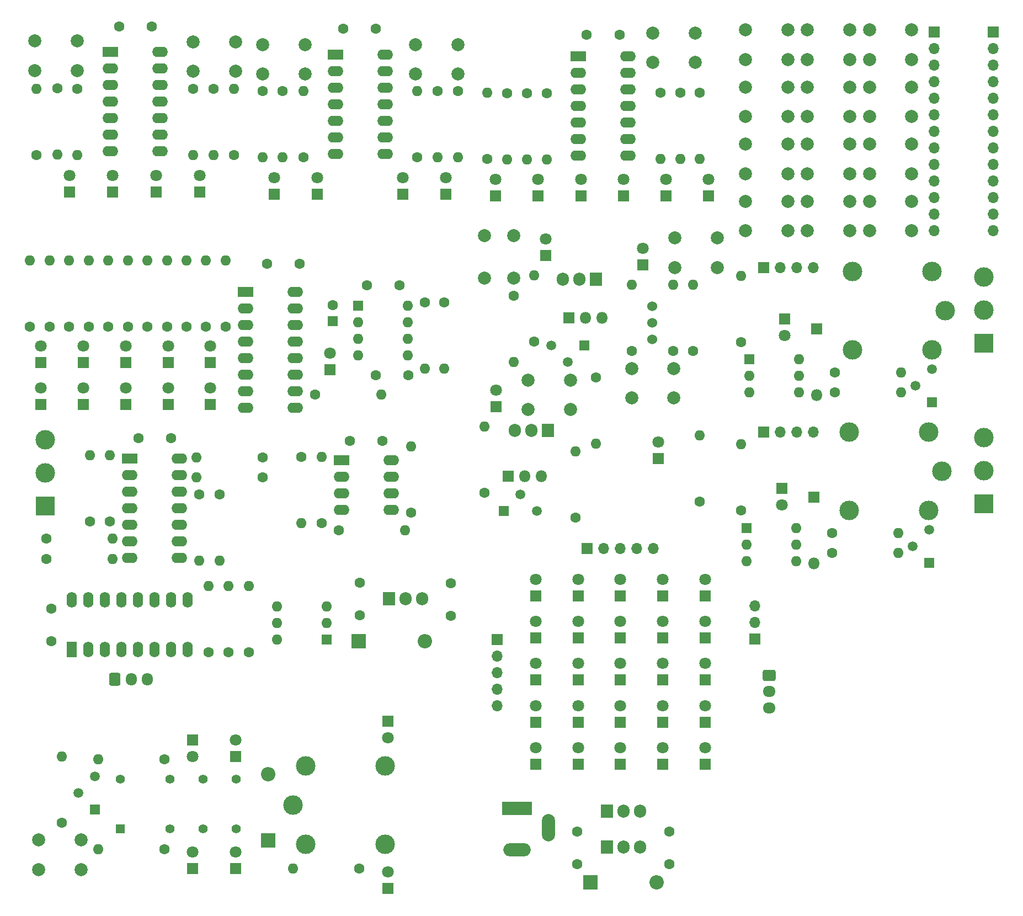
<source format=gbr>
%TF.GenerationSoftware,KiCad,Pcbnew,(6.0.8)*%
%TF.CreationDate,2023-03-21T03:17:03-04:00*%
%TF.ProjectId,pcb de prueba de dispositivos,70636220-6465-4207-9072-756562612064,rev?*%
%TF.SameCoordinates,Original*%
%TF.FileFunction,Soldermask,Bot*%
%TF.FilePolarity,Negative*%
%FSLAX46Y46*%
G04 Gerber Fmt 4.6, Leading zero omitted, Abs format (unit mm)*
G04 Created by KiCad (PCBNEW (6.0.8)) date 2023-03-21 03:17:03*
%MOMM*%
%LPD*%
G01*
G04 APERTURE LIST*
G04 Aperture macros list*
%AMRoundRect*
0 Rectangle with rounded corners*
0 $1 Rounding radius*
0 $2 $3 $4 $5 $6 $7 $8 $9 X,Y pos of 4 corners*
0 Add a 4 corners polygon primitive as box body*
4,1,4,$2,$3,$4,$5,$6,$7,$8,$9,$2,$3,0*
0 Add four circle primitives for the rounded corners*
1,1,$1+$1,$2,$3*
1,1,$1+$1,$4,$5*
1,1,$1+$1,$6,$7*
1,1,$1+$1,$8,$9*
0 Add four rect primitives between the rounded corners*
20,1,$1+$1,$2,$3,$4,$5,0*
20,1,$1+$1,$4,$5,$6,$7,0*
20,1,$1+$1,$6,$7,$8,$9,0*
20,1,$1+$1,$8,$9,$2,$3,0*%
G04 Aperture macros list end*
%ADD10R,2.400000X1.600000*%
%ADD11O,2.400000X1.600000*%
%ADD12C,1.600000*%
%ADD13O,1.600000X1.600000*%
%ADD14C,2.000000*%
%ADD15R,1.800000X1.800000*%
%ADD16C,1.800000*%
%ADD17R,1.600000X1.600000*%
%ADD18R,3.000000X3.000000*%
%ADD19C,3.000000*%
%ADD20R,2.200000X2.200000*%
%ADD21O,2.200000X2.200000*%
%ADD22R,1.600000X2.400000*%
%ADD23O,1.600000X2.400000*%
%ADD24R,1.905000X2.000000*%
%ADD25O,1.905000X2.000000*%
%ADD26R,1.500000X1.500000*%
%ADD27C,1.500000*%
%ADD28O,1.800000X1.800000*%
%ADD29RoundRect,0.250000X-0.725000X0.600000X-0.725000X-0.600000X0.725000X-0.600000X0.725000X0.600000X0*%
%ADD30O,1.950000X1.700000*%
%ADD31R,1.700000X1.700000*%
%ADD32O,1.700000X1.700000*%
%ADD33C,1.524000*%
%ADD34R,1.400000X1.400000*%
%ADD35C,1.400000*%
%ADD36RoundRect,0.250000X-0.600000X-0.725000X0.600000X-0.725000X0.600000X0.725000X-0.600000X0.725000X0*%
%ADD37O,1.700000X1.950000*%
%ADD38R,4.600000X2.000000*%
%ADD39O,4.200000X2.000000*%
%ADD40O,2.000000X4.200000*%
G04 APERTURE END LIST*
D10*
%TO.C,U3*%
X118400000Y-33800000D03*
D11*
X118400000Y-36340000D03*
X118400000Y-38880000D03*
X118400000Y-41420000D03*
X118400000Y-43960000D03*
X118400000Y-46500000D03*
X118400000Y-49040000D03*
X126020000Y-49040000D03*
X126020000Y-46500000D03*
X126020000Y-43960000D03*
X126020000Y-41420000D03*
X126020000Y-38880000D03*
X126020000Y-36340000D03*
X126020000Y-33800000D03*
%TD*%
D12*
%TO.C,R24*%
X64250000Y-75275000D03*
D13*
X64250000Y-65115000D03*
%TD*%
D14*
%TO.C,SW5*%
X129825000Y-30200000D03*
X136325000Y-30200000D03*
X129825000Y-34700000D03*
X136325000Y-34700000D03*
%TD*%
%TO.C,SW7*%
X104000000Y-67840000D03*
X104000000Y-61340000D03*
X108500000Y-67840000D03*
X108500000Y-61340000D03*
%TD*%
D15*
%TO.C,D38*%
X59200000Y-138650000D03*
D16*
X59200000Y-141190000D03*
%TD*%
D14*
%TO.C,SW15*%
X150540000Y-56070000D03*
X144040000Y-56070000D03*
X144040000Y-60570000D03*
X150540000Y-60570000D03*
%TD*%
D12*
%TO.C,R5*%
X62375000Y-38770000D03*
D13*
X62375000Y-48930000D03*
%TD*%
D14*
%TO.C,SW21*%
X163040000Y-38550000D03*
X169540000Y-38550000D03*
X169540000Y-43050000D03*
X163040000Y-43050000D03*
%TD*%
D15*
%TO.C,D26*%
X128300000Y-65800000D03*
D16*
X128300000Y-63260000D03*
%TD*%
D12*
%TO.C,R58*%
X64725000Y-125230000D03*
D13*
X64725000Y-115070000D03*
%TD*%
D12*
%TO.C,C7*%
X119675000Y-30500000D03*
X124675000Y-30500000D03*
%TD*%
%TO.C,R49*%
X63325000Y-100995000D03*
D13*
X63325000Y-111155000D03*
%TD*%
D12*
%TO.C,R16*%
X113575000Y-39445000D03*
D13*
X113575000Y-49605000D03*
%TD*%
D15*
%TO.C,D45*%
X118340000Y-116590000D03*
D16*
X118340000Y-114050000D03*
%TD*%
D15*
%TO.C,D12*%
X125275000Y-55200000D03*
D16*
X125275000Y-52660000D03*
%TD*%
D15*
%TO.C,D1*%
X46925000Y-54600000D03*
D16*
X46925000Y-52060000D03*
%TD*%
D17*
%TO.C,U11*%
X144612500Y-80285000D03*
D13*
X144612500Y-82825000D03*
X144612500Y-85365000D03*
X152232500Y-85365000D03*
X152232500Y-82825000D03*
X152232500Y-80285000D03*
%TD*%
D15*
%TO.C,D55*%
X131340000Y-116590000D03*
D16*
X131340000Y-114050000D03*
%TD*%
D12*
%TO.C,R9*%
X73025000Y-39145000D03*
D13*
X73025000Y-49305000D03*
%TD*%
D12*
%TO.C,C12*%
X132355000Y-152775000D03*
X132355000Y-157775000D03*
%TD*%
D15*
%TO.C,D19*%
X42425000Y-87250000D03*
D16*
X42425000Y-84710000D03*
%TD*%
D12*
%TO.C,R47*%
X60225000Y-100995000D03*
D13*
X60225000Y-111155000D03*
%TD*%
D12*
%TO.C,R12*%
X96750000Y-39115000D03*
D13*
X96750000Y-49275000D03*
%TD*%
D18*
%TO.C,J7*%
X180625000Y-77855000D03*
D19*
X180625000Y-72775000D03*
X180625000Y-67695000D03*
%TD*%
D18*
%TO.C,RV2*%
X36600000Y-102755000D03*
D19*
X36600000Y-97675000D03*
X36600000Y-92595000D03*
%TD*%
D14*
%TO.C,SW10*%
X42050000Y-158550000D03*
X35550000Y-158550000D03*
X42050000Y-154050000D03*
X35550000Y-154050000D03*
%TD*%
D12*
%TO.C,R54*%
X36790000Y-110925000D03*
D13*
X46950000Y-110925000D03*
%TD*%
D12*
%TO.C,R51*%
X81620000Y-106475000D03*
D13*
X91780000Y-106475000D03*
%TD*%
D12*
%TO.C,R41*%
X121075000Y-83095000D03*
D13*
X121075000Y-93255000D03*
%TD*%
D15*
%TO.C,D37*%
X130650000Y-95525000D03*
D16*
X130650000Y-92985000D03*
%TD*%
D12*
%TO.C,R50*%
X79000000Y-105385000D03*
D13*
X79000000Y-95225000D03*
%TD*%
D12*
%TO.C,R2*%
X65550000Y-48925000D03*
D13*
X65550000Y-38765000D03*
%TD*%
D12*
%TO.C,R31*%
X43250000Y-75275000D03*
D13*
X43250000Y-65115000D03*
%TD*%
D12*
%TO.C,R21*%
X97825000Y-71552500D03*
D13*
X97825000Y-81712500D03*
%TD*%
D20*
%TO.C,D30*%
X70750000Y-154075000D03*
D21*
X70750000Y-143915000D03*
%TD*%
D14*
%TO.C,SW14*%
X144040000Y-47290000D03*
X150540000Y-47290000D03*
X144040000Y-51790000D03*
X150540000Y-51790000D03*
%TD*%
D12*
%TO.C,R52*%
X36790000Y-107825000D03*
D13*
X46950000Y-107825000D03*
%TD*%
D22*
%TO.C,U7*%
X40675000Y-124825000D03*
D23*
X43215000Y-124825000D03*
X45755000Y-124825000D03*
X48295000Y-124825000D03*
X50835000Y-124825000D03*
X53375000Y-124825000D03*
X55915000Y-124825000D03*
X58455000Y-124825000D03*
X58455000Y-117205000D03*
X55915000Y-117205000D03*
X53375000Y-117205000D03*
X50835000Y-117205000D03*
X48295000Y-117205000D03*
X45755000Y-117205000D03*
X43215000Y-117205000D03*
X40675000Y-117205000D03*
%TD*%
D12*
%TO.C,C4*%
X75600000Y-65600000D03*
X70600000Y-65600000D03*
%TD*%
%TO.C,R35*%
X132900000Y-79005000D03*
D13*
X132900000Y-68845000D03*
%TD*%
D18*
%TO.C,J9*%
X180625000Y-102480000D03*
D19*
X180625000Y-97400000D03*
X180625000Y-92320000D03*
%TD*%
D12*
%TO.C,C13*%
X84875000Y-114575000D03*
X84875000Y-119575000D03*
%TD*%
D24*
%TO.C,U9*%
X122765000Y-155120000D03*
D25*
X125305000Y-155120000D03*
X127845000Y-155120000D03*
%TD*%
D12*
%TO.C,R65*%
X157350000Y-110000000D03*
D13*
X167510000Y-110000000D03*
%TD*%
D26*
%TO.C,Q1*%
X119315000Y-78145000D03*
D27*
X116775000Y-80685000D03*
X114235000Y-78145000D03*
%TD*%
D15*
%TO.C,D66*%
X154982500Y-75580000D03*
D28*
X154982500Y-85740000D03*
%TD*%
D15*
%TO.C,D20*%
X35925000Y-87250000D03*
D16*
X35925000Y-84710000D03*
%TD*%
D15*
%TO.C,D32*%
X89175000Y-135850000D03*
D16*
X89175000Y-138390000D03*
%TD*%
D15*
%TO.C,D36*%
X65800000Y-158425000D03*
D16*
X65800000Y-155885000D03*
%TD*%
D12*
%TO.C,R44*%
X54830000Y-141650000D03*
D13*
X44670000Y-141650000D03*
%TD*%
D15*
%TO.C,D18*%
X48925000Y-87250000D03*
D16*
X48925000Y-84710000D03*
%TD*%
D15*
%TO.C,D44*%
X111840000Y-142390000D03*
D16*
X111840000Y-139850000D03*
%TD*%
D12*
%TO.C,R38*%
X39100000Y-151385000D03*
D13*
X39100000Y-141225000D03*
%TD*%
D14*
%TO.C,SW2*%
X59250000Y-31550000D03*
X65750000Y-31550000D03*
X59250000Y-36050000D03*
X65750000Y-36050000D03*
%TD*%
D17*
%TO.C,SW11*%
X79792500Y-123250000D03*
D13*
X79792500Y-120710000D03*
X79792500Y-118170000D03*
X72172500Y-118170000D03*
X72172500Y-120710000D03*
X72172500Y-123250000D03*
%TD*%
D15*
%TO.C,D8*%
X91450000Y-54920000D03*
D16*
X91450000Y-52380000D03*
%TD*%
D14*
%TO.C,SW23*%
X163040000Y-56070000D03*
X169540000Y-56070000D03*
X169540000Y-60570000D03*
X163040000Y-60570000D03*
%TD*%
D12*
%TO.C,R40*%
X117975000Y-104555000D03*
D13*
X117975000Y-94395000D03*
%TD*%
D15*
%TO.C,D11*%
X118750000Y-55200000D03*
D16*
X118750000Y-52660000D03*
%TD*%
D29*
%TO.C,J20*%
X147675000Y-128750000D03*
D30*
X147675000Y-131250000D03*
X147675000Y-133750000D03*
%TD*%
D12*
%TO.C,R57*%
X61600000Y-125230000D03*
D13*
X61600000Y-115070000D03*
%TD*%
D12*
%TO.C,R60*%
X75900000Y-95225000D03*
D13*
X75900000Y-105385000D03*
%TD*%
D15*
%TO.C,D61*%
X137840000Y-123040000D03*
D16*
X137840000Y-120500000D03*
%TD*%
D15*
%TO.C,D2*%
X40275000Y-54600000D03*
D16*
X40275000Y-52060000D03*
%TD*%
D12*
%TO.C,C11*%
X118180000Y-152775000D03*
X118180000Y-157775000D03*
%TD*%
D15*
%TO.C,D56*%
X131340000Y-123040000D03*
D16*
X131340000Y-120500000D03*
%TD*%
D31*
%TO.C,J11*%
X145500000Y-123180000D03*
D32*
X145500000Y-120640000D03*
X145500000Y-118100000D03*
%TD*%
D12*
%TO.C,R56*%
X135975000Y-79030000D03*
D13*
X135975000Y-68870000D03*
%TD*%
D12*
%TO.C,R27*%
X55250000Y-75275000D03*
D13*
X55250000Y-65115000D03*
%TD*%
D15*
%TO.C,D14*%
X138325000Y-55200000D03*
D16*
X138325000Y-52660000D03*
%TD*%
D12*
%TO.C,R63*%
X157727500Y-82290000D03*
D13*
X167887500Y-82290000D03*
%TD*%
D12*
%TO.C,C10*%
X83325000Y-92825000D03*
X88325000Y-92825000D03*
%TD*%
D15*
%TO.C,D4*%
X53600000Y-54625000D03*
D16*
X53600000Y-52085000D03*
%TD*%
D24*
%TO.C,Q3*%
X121055000Y-67970000D03*
D25*
X118515000Y-67970000D03*
X115975000Y-67970000D03*
%TD*%
D12*
%TO.C,R62*%
X143375000Y-77630000D03*
D13*
X143375000Y-67470000D03*
%TD*%
D20*
%TO.C,D29*%
X120200000Y-160500000D03*
D21*
X130360000Y-160500000D03*
%TD*%
D15*
%TO.C,D59*%
X131340000Y-142390000D03*
D16*
X131340000Y-139850000D03*
%TD*%
D17*
%TO.C,U12*%
X144150000Y-106175000D03*
D13*
X144150000Y-108715000D03*
X144150000Y-111255000D03*
X151770000Y-111255000D03*
X151770000Y-108715000D03*
X151770000Y-106175000D03*
%TD*%
D12*
%TO.C,R39*%
X84775000Y-158450000D03*
D13*
X74615000Y-158450000D03*
%TD*%
D12*
%TO.C,R13*%
X104400000Y-49555000D03*
D13*
X104400000Y-39395000D03*
%TD*%
D14*
%TO.C,SW8*%
X126550000Y-81675000D03*
X133050000Y-81675000D03*
X126550000Y-86175000D03*
X133050000Y-86175000D03*
%TD*%
%TO.C,SW17*%
X160040000Y-38550000D03*
X153540000Y-38550000D03*
X160040000Y-43050000D03*
X153540000Y-43050000D03*
%TD*%
D15*
%TO.C,D7*%
X98075000Y-54945000D03*
D16*
X98075000Y-52405000D03*
%TD*%
D15*
%TO.C,D5*%
X78300000Y-54975000D03*
D16*
X78300000Y-52435000D03*
%TD*%
D33*
%TO.C,D27*%
X129732000Y-72135000D03*
X129732000Y-74675000D03*
X129732000Y-77215000D03*
%TD*%
D10*
%TO.C,U2*%
X81075000Y-33495000D03*
D11*
X81075000Y-36035000D03*
X81075000Y-38575000D03*
X81075000Y-41115000D03*
X81075000Y-43655000D03*
X81075000Y-46195000D03*
X81075000Y-48735000D03*
X88695000Y-48735000D03*
X88695000Y-46195000D03*
X88695000Y-43655000D03*
X88695000Y-41115000D03*
X88695000Y-38575000D03*
X88695000Y-36035000D03*
X88695000Y-33495000D03*
%TD*%
D12*
%TO.C,R67*%
X157350000Y-106900000D03*
D13*
X167510000Y-106900000D03*
%TD*%
D15*
%TO.C,D51*%
X124840000Y-123040000D03*
D16*
X124840000Y-120500000D03*
%TD*%
D12*
%TO.C,R11*%
X99875000Y-39140000D03*
D13*
X99875000Y-49300000D03*
%TD*%
D15*
%TO.C,D16*%
X61925000Y-87250000D03*
D16*
X61925000Y-84710000D03*
%TD*%
D17*
%TO.C,C2*%
X80725000Y-74457612D03*
D12*
X80725000Y-71957612D03*
%TD*%
%TO.C,R48*%
X43400000Y-105155000D03*
D13*
X43400000Y-94995000D03*
%TD*%
D15*
%TO.C,D54*%
X124840000Y-142390000D03*
D16*
X124840000Y-139850000D03*
%TD*%
D24*
%TO.C,U10*%
X89350000Y-116975000D03*
D25*
X91890000Y-116975000D03*
X94430000Y-116975000D03*
%TD*%
D15*
%TO.C,D41*%
X111840000Y-123040000D03*
D16*
X111840000Y-120500000D03*
%TD*%
D15*
%TO.C,D58*%
X131340000Y-135940000D03*
D16*
X131340000Y-133400000D03*
%TD*%
D14*
%TO.C,SW22*%
X169540000Y-47290000D03*
X163040000Y-47290000D03*
X163040000Y-51790000D03*
X169540000Y-51790000D03*
%TD*%
D17*
%TO.C,U4*%
X84625000Y-72052500D03*
D13*
X84625000Y-74592500D03*
X84625000Y-77132500D03*
X84625000Y-79672500D03*
X92245000Y-79672500D03*
X92245000Y-77132500D03*
X92245000Y-74592500D03*
X92245000Y-72052500D03*
%TD*%
D31*
%TO.C,J4*%
X105915000Y-123280000D03*
D32*
X105915000Y-125820000D03*
X105915000Y-128360000D03*
X105915000Y-130900000D03*
X105915000Y-133440000D03*
%TD*%
D12*
%TO.C,R14*%
X107450000Y-39420000D03*
D13*
X107450000Y-49580000D03*
%TD*%
D34*
%TO.C,K2*%
X48100000Y-152350000D03*
D35*
X55720000Y-152350000D03*
X60800000Y-152350000D03*
X65880000Y-152350000D03*
X65880000Y-144730000D03*
X60800000Y-144730000D03*
X55720000Y-144730000D03*
X48100000Y-144730000D03*
%TD*%
D12*
%TO.C,R25*%
X61250000Y-75275000D03*
D13*
X61250000Y-65115000D03*
%TD*%
D24*
%TO.C,Q6*%
X113715000Y-91230000D03*
D25*
X111175000Y-91230000D03*
X108635000Y-91230000D03*
%TD*%
D10*
%TO.C,U8*%
X82025000Y-95725000D03*
D11*
X82025000Y-98265000D03*
X82025000Y-100805000D03*
X82025000Y-103345000D03*
X89645000Y-103345000D03*
X89645000Y-100805000D03*
X89645000Y-98265000D03*
X89645000Y-95725000D03*
%TD*%
D15*
%TO.C,D67*%
X149600000Y-100050000D03*
D16*
X149600000Y-102590000D03*
%TD*%
D15*
%TO.C,D9*%
X105700000Y-55200000D03*
D16*
X105700000Y-52660000D03*
%TD*%
D15*
%TO.C,D62*%
X137840000Y-129490000D03*
D16*
X137840000Y-126950000D03*
%TD*%
D12*
%TO.C,C6*%
X82325000Y-29595000D03*
X87325000Y-29595000D03*
%TD*%
D19*
%TO.C,K4*%
X174150000Y-97475000D03*
X159950000Y-103475000D03*
X159950000Y-91475000D03*
X172150000Y-91475000D03*
X172150000Y-103475000D03*
%TD*%
D14*
%TO.C,SW6*%
X133175000Y-66175000D03*
X139675000Y-66175000D03*
X139675000Y-61675000D03*
X133175000Y-61675000D03*
%TD*%
D31*
%TO.C,J10*%
X182050000Y-30050000D03*
D32*
X182050000Y-32590000D03*
X182050000Y-35130000D03*
X182050000Y-37670000D03*
X182050000Y-40210000D03*
X182050000Y-42750000D03*
X182050000Y-45290000D03*
X182050000Y-47830000D03*
X182050000Y-50370000D03*
X182050000Y-52910000D03*
X182050000Y-55450000D03*
X182050000Y-57990000D03*
X182050000Y-60530000D03*
%TD*%
D12*
%TO.C,R29*%
X49250000Y-75280000D03*
D13*
X49250000Y-65120000D03*
%TD*%
D15*
%TO.C,D35*%
X59225000Y-158425000D03*
D16*
X59225000Y-155885000D03*
%TD*%
D15*
%TO.C,D48*%
X118340000Y-135940000D03*
D16*
X118340000Y-133400000D03*
%TD*%
D15*
%TO.C,D53*%
X124840000Y-135940000D03*
D16*
X124840000Y-133400000D03*
%TD*%
D12*
%TO.C,R18*%
X134000000Y-39395000D03*
D13*
X134000000Y-49555000D03*
%TD*%
D12*
%TO.C,C1*%
X85925000Y-68927500D03*
X90925000Y-68927500D03*
%TD*%
%TO.C,C14*%
X98800000Y-114625000D03*
X98800000Y-119625000D03*
%TD*%
D15*
%TO.C,D46*%
X118340000Y-123040000D03*
D16*
X118340000Y-120500000D03*
%TD*%
D20*
%TO.C,D31*%
X84695000Y-123500000D03*
D21*
X94855000Y-123500000D03*
%TD*%
D15*
%TO.C,D49*%
X118340000Y-142390000D03*
D16*
X118340000Y-139850000D03*
%TD*%
D10*
%TO.C,U5*%
X67275000Y-69900000D03*
D11*
X67275000Y-72440000D03*
X67275000Y-74980000D03*
X67275000Y-77520000D03*
X67275000Y-80060000D03*
X67275000Y-82600000D03*
X67275000Y-85140000D03*
X67275000Y-87680000D03*
X74895000Y-87680000D03*
X74895000Y-85140000D03*
X74895000Y-82600000D03*
X74895000Y-80060000D03*
X74895000Y-77520000D03*
X74895000Y-74980000D03*
X74895000Y-72440000D03*
X74895000Y-69900000D03*
%TD*%
D26*
%TO.C,Q9*%
X172627500Y-86855000D03*
D27*
X170087500Y-84315000D03*
X172627500Y-81775000D03*
%TD*%
D12*
%TO.C,R19*%
X137025000Y-39395000D03*
D13*
X137025000Y-49555000D03*
%TD*%
D12*
%TO.C,C5*%
X47900000Y-29250000D03*
X52900000Y-29250000D03*
%TD*%
D14*
%TO.C,SW20*%
X163030000Y-29760000D03*
X169530000Y-29760000D03*
X163030000Y-34260000D03*
X169530000Y-34260000D03*
%TD*%
D15*
%TO.C,D23*%
X48925000Y-80800000D03*
D16*
X48925000Y-78260000D03*
%TD*%
D12*
%TO.C,R3*%
X41500000Y-38745000D03*
D13*
X41500000Y-48905000D03*
%TD*%
D12*
%TO.C,R28*%
X52250000Y-75280000D03*
D13*
X52250000Y-65120000D03*
%TD*%
D15*
%TO.C,D50*%
X124840000Y-116590000D03*
D16*
X124840000Y-114050000D03*
%TD*%
D15*
%TO.C,D13*%
X131800000Y-55200000D03*
D16*
X131800000Y-52660000D03*
%TD*%
D15*
%TO.C,D43*%
X111840000Y-135940000D03*
D16*
X111840000Y-133400000D03*
%TD*%
D10*
%TO.C,U6*%
X49550000Y-95525000D03*
D11*
X49550000Y-98065000D03*
X49550000Y-100605000D03*
X49550000Y-103145000D03*
X49550000Y-105685000D03*
X49550000Y-108225000D03*
X49550000Y-110765000D03*
X57170000Y-110765000D03*
X57170000Y-108225000D03*
X57170000Y-105685000D03*
X57170000Y-103145000D03*
X57170000Y-100605000D03*
X57170000Y-98065000D03*
X57170000Y-95525000D03*
%TD*%
D12*
%TO.C,R6*%
X59250000Y-38770000D03*
D13*
X59250000Y-48930000D03*
%TD*%
D12*
%TO.C,R22*%
X77995000Y-85727500D03*
D13*
X88155000Y-85727500D03*
%TD*%
D12*
%TO.C,R1*%
X35225000Y-48905000D03*
D13*
X35225000Y-38745000D03*
%TD*%
D12*
%TO.C,R32*%
X40250000Y-75275000D03*
D13*
X40250000Y-65115000D03*
%TD*%
D15*
%TO.C,D25*%
X35925000Y-80800000D03*
D16*
X35925000Y-78260000D03*
%TD*%
D12*
%TO.C,R34*%
X108500000Y-70515000D03*
D13*
X108500000Y-80675000D03*
%TD*%
D15*
%TO.C,D60*%
X137840000Y-116590000D03*
D16*
X137840000Y-114050000D03*
%TD*%
D14*
%TO.C,SW4*%
X99875000Y-31970000D03*
X93375000Y-31970000D03*
X93375000Y-36470000D03*
X99875000Y-36470000D03*
%TD*%
D12*
%TO.C,R46*%
X46500000Y-105180000D03*
D13*
X46500000Y-95020000D03*
%TD*%
D15*
%TO.C,D3*%
X60250000Y-54625000D03*
D16*
X60250000Y-52085000D03*
%TD*%
D12*
%TO.C,R36*%
X126550000Y-79005000D03*
D13*
X126550000Y-68845000D03*
%TD*%
D15*
%TO.C,D64*%
X137840000Y-142390000D03*
D16*
X137840000Y-139850000D03*
%TD*%
D26*
%TO.C,Q8*%
X44225000Y-149355000D03*
D27*
X41685000Y-146815000D03*
X44225000Y-144275000D03*
%TD*%
D14*
%TO.C,SW3*%
X76425000Y-31995000D03*
X69925000Y-31995000D03*
X76425000Y-36495000D03*
X69925000Y-36495000D03*
%TD*%
%TO.C,SW12*%
X150530000Y-29760000D03*
X144030000Y-29760000D03*
X150530000Y-34260000D03*
X144030000Y-34260000D03*
%TD*%
D12*
%TO.C,R61*%
X92750000Y-103825000D03*
D13*
X92750000Y-93665000D03*
%TD*%
D14*
%TO.C,SW19*%
X153540000Y-56070000D03*
X160040000Y-56070000D03*
X160040000Y-60570000D03*
X153540000Y-60570000D03*
%TD*%
%TO.C,SW13*%
X144040000Y-38550000D03*
X150540000Y-38550000D03*
X150540000Y-43050000D03*
X144040000Y-43050000D03*
%TD*%
D12*
%TO.C,R59*%
X67825000Y-125230000D03*
D13*
X67825000Y-115070000D03*
%TD*%
D12*
%TO.C,R8*%
X93625000Y-49275000D03*
D13*
X93625000Y-39115000D03*
%TD*%
D14*
%TO.C,SW9*%
X117175000Y-87975000D03*
X110675000Y-87975000D03*
X117175000Y-83475000D03*
X110675000Y-83475000D03*
%TD*%
D26*
%TO.C,Q10*%
X172195000Y-111490000D03*
D27*
X169655000Y-108950000D03*
X172195000Y-106410000D03*
%TD*%
D12*
%TO.C,R15*%
X110500000Y-39420000D03*
D13*
X110500000Y-49580000D03*
%TD*%
D36*
%TO.C,J1*%
X47250000Y-129400000D03*
D37*
X49750000Y-129400000D03*
X52250000Y-129400000D03*
%TD*%
D12*
%TO.C,R43*%
X54855000Y-155425000D03*
D13*
X44695000Y-155425000D03*
%TD*%
D15*
%TO.C,D28*%
X113375000Y-64340000D03*
D16*
X113375000Y-61800000D03*
%TD*%
D19*
%TO.C,K1*%
X74575000Y-148650000D03*
X88775000Y-142650000D03*
X88775000Y-154650000D03*
X76575000Y-154650000D03*
X76575000Y-142650000D03*
%TD*%
D15*
%TO.C,D47*%
X118340000Y-129490000D03*
D16*
X118340000Y-126950000D03*
%TD*%
D26*
%TO.C,Q4*%
X106960000Y-103520000D03*
D27*
X109500000Y-100980000D03*
X112040000Y-103520000D03*
%TD*%
D15*
%TO.C,D6*%
X71700000Y-54975000D03*
D16*
X71700000Y-52435000D03*
%TD*%
D15*
%TO.C,D65*%
X150057500Y-74125000D03*
D16*
X150057500Y-76665000D03*
%TD*%
D12*
%TO.C,R64*%
X143350000Y-103455000D03*
D13*
X143350000Y-93295000D03*
%TD*%
D12*
%TO.C,R7*%
X76175000Y-49300000D03*
D13*
X76175000Y-39140000D03*
%TD*%
D12*
%TO.C,R10*%
X69950000Y-39145000D03*
D13*
X69950000Y-49305000D03*
%TD*%
D38*
%TO.C,J2*%
X109000000Y-149225000D03*
D39*
X109000000Y-155525000D03*
D40*
X113800000Y-152125000D03*
%TD*%
D15*
%TO.C,D68*%
X154525000Y-101445000D03*
D28*
X154525000Y-111605000D03*
%TD*%
D12*
%TO.C,R26*%
X58250000Y-75275000D03*
D13*
X58250000Y-65115000D03*
%TD*%
D12*
%TO.C,R33*%
X37250000Y-75275000D03*
D13*
X37250000Y-65115000D03*
%TD*%
D15*
%TO.C,D33*%
X89175000Y-161450000D03*
D16*
X89175000Y-158910000D03*
%TD*%
D15*
%TO.C,D15*%
X80250000Y-81877500D03*
D16*
X80250000Y-79337500D03*
%TD*%
D12*
%TO.C,C3*%
X92275000Y-82702500D03*
X87275000Y-82702500D03*
%TD*%
D24*
%TO.C,Q7*%
X122765000Y-149645000D03*
D25*
X125305000Y-149645000D03*
X127845000Y-149645000D03*
%TD*%
D15*
%TO.C,D63*%
X137840000Y-135940000D03*
D16*
X137840000Y-133400000D03*
%TD*%
D15*
%TO.C,D40*%
X111840000Y-116590000D03*
D16*
X111840000Y-114050000D03*
%TD*%
D12*
%TO.C,R20*%
X94825000Y-71552500D03*
D13*
X94825000Y-81712500D03*
%TD*%
D14*
%TO.C,SW18*%
X153540000Y-47290000D03*
X160040000Y-47290000D03*
X153540000Y-51790000D03*
X160040000Y-51790000D03*
%TD*%
D31*
%TO.C,J6*%
X146807500Y-66240000D03*
D32*
X149347500Y-66240000D03*
X151887500Y-66240000D03*
X154427500Y-66240000D03*
%TD*%
D31*
%TO.C,J5*%
X172950000Y-30060000D03*
D32*
X172950000Y-32600000D03*
X172950000Y-35140000D03*
X172950000Y-37680000D03*
X172950000Y-40220000D03*
X172950000Y-42760000D03*
X172950000Y-45300000D03*
X172950000Y-47840000D03*
X172950000Y-50380000D03*
X172950000Y-52920000D03*
X172950000Y-55460000D03*
X172950000Y-58000000D03*
X172950000Y-60540000D03*
%TD*%
D12*
%TO.C,R4*%
X38400000Y-38740000D03*
D13*
X38400000Y-48900000D03*
%TD*%
D12*
%TO.C,R42*%
X104000000Y-100755000D03*
D13*
X104000000Y-90595000D03*
%TD*%
D10*
%TO.C,U1*%
X46600000Y-33100000D03*
D11*
X46600000Y-35640000D03*
X46600000Y-38180000D03*
X46600000Y-40720000D03*
X46600000Y-43260000D03*
X46600000Y-45800000D03*
X46600000Y-48340000D03*
X54220000Y-48340000D03*
X54220000Y-45800000D03*
X54220000Y-43260000D03*
X54220000Y-40720000D03*
X54220000Y-38180000D03*
X54220000Y-35640000D03*
X54220000Y-33100000D03*
%TD*%
D12*
%TO.C,R23*%
X34175000Y-75255000D03*
D13*
X34175000Y-65095000D03*
%TD*%
D15*
%TO.C,D24*%
X42425000Y-80800000D03*
D16*
X42425000Y-78260000D03*
%TD*%
D15*
%TO.C,D42*%
X111840000Y-129490000D03*
D16*
X111840000Y-126950000D03*
%TD*%
D12*
%TO.C,R55*%
X69935000Y-95300000D03*
D13*
X59775000Y-95300000D03*
%TD*%
D12*
%TO.C,R53*%
X69930000Y-98375000D03*
D13*
X59770000Y-98375000D03*
%TD*%
D12*
%TO.C,C8*%
X55875000Y-92375000D03*
X50875000Y-92375000D03*
%TD*%
D19*
%TO.C,K3*%
X174632500Y-72815000D03*
X160432500Y-78815000D03*
X160432500Y-66815000D03*
X172632500Y-66815000D03*
X172632500Y-78815000D03*
%TD*%
D31*
%TO.C,J8*%
X146800000Y-91425000D03*
D32*
X149340000Y-91425000D03*
X151880000Y-91425000D03*
X154420000Y-91425000D03*
%TD*%
D12*
%TO.C,R37*%
X111625000Y-77570000D03*
D13*
X111625000Y-67410000D03*
%TD*%
D12*
%TO.C,R30*%
X46250000Y-75280000D03*
D13*
X46250000Y-65120000D03*
%TD*%
D12*
%TO.C,R66*%
X157702500Y-85390000D03*
D13*
X167862500Y-85390000D03*
%TD*%
D15*
%TO.C,D10*%
X112225000Y-55200000D03*
D16*
X112225000Y-52660000D03*
%TD*%
D15*
%TO.C,Q5*%
X107635000Y-98225000D03*
D28*
X110175000Y-98225000D03*
X112715000Y-98225000D03*
%TD*%
D12*
%TO.C,C9*%
X37500000Y-118550000D03*
X37500000Y-123550000D03*
%TD*%
D15*
%TO.C,D39*%
X65800000Y-141200000D03*
D16*
X65800000Y-138660000D03*
%TD*%
D31*
%TO.C,J3*%
X119740000Y-109335000D03*
D32*
X122280000Y-109335000D03*
X124820000Y-109335000D03*
X127360000Y-109335000D03*
X129900000Y-109335000D03*
%TD*%
D15*
%TO.C,D17*%
X55425000Y-87250000D03*
D16*
X55425000Y-84710000D03*
%TD*%
D15*
%TO.C,D22*%
X55425000Y-80800000D03*
D16*
X55425000Y-78260000D03*
%TD*%
D15*
%TO.C,D21*%
X61925000Y-80800000D03*
D16*
X61925000Y-78260000D03*
%TD*%
D12*
%TO.C,R17*%
X130950000Y-39395000D03*
D13*
X130950000Y-49555000D03*
%TD*%
D15*
%TO.C,D57*%
X131340000Y-129490000D03*
D16*
X131340000Y-126950000D03*
%TD*%
D15*
%TO.C,Q2*%
X116950000Y-73890000D03*
D28*
X119490000Y-73890000D03*
X122030000Y-73890000D03*
%TD*%
D15*
%TO.C,D34*%
X105775000Y-87525000D03*
D16*
X105775000Y-84985000D03*
%TD*%
D12*
%TO.C,R45*%
X137000000Y-102105000D03*
D13*
X137000000Y-91945000D03*
%TD*%
D15*
%TO.C,D52*%
X124840000Y-129490000D03*
D16*
X124840000Y-126950000D03*
%TD*%
D14*
%TO.C,SW16*%
X160030000Y-29760000D03*
X153530000Y-29760000D03*
X153530000Y-34260000D03*
X160030000Y-34260000D03*
%TD*%
%TO.C,SW1*%
X41500000Y-31450000D03*
X35000000Y-31450000D03*
X41500000Y-35950000D03*
X35000000Y-35950000D03*
%TD*%
M02*

</source>
